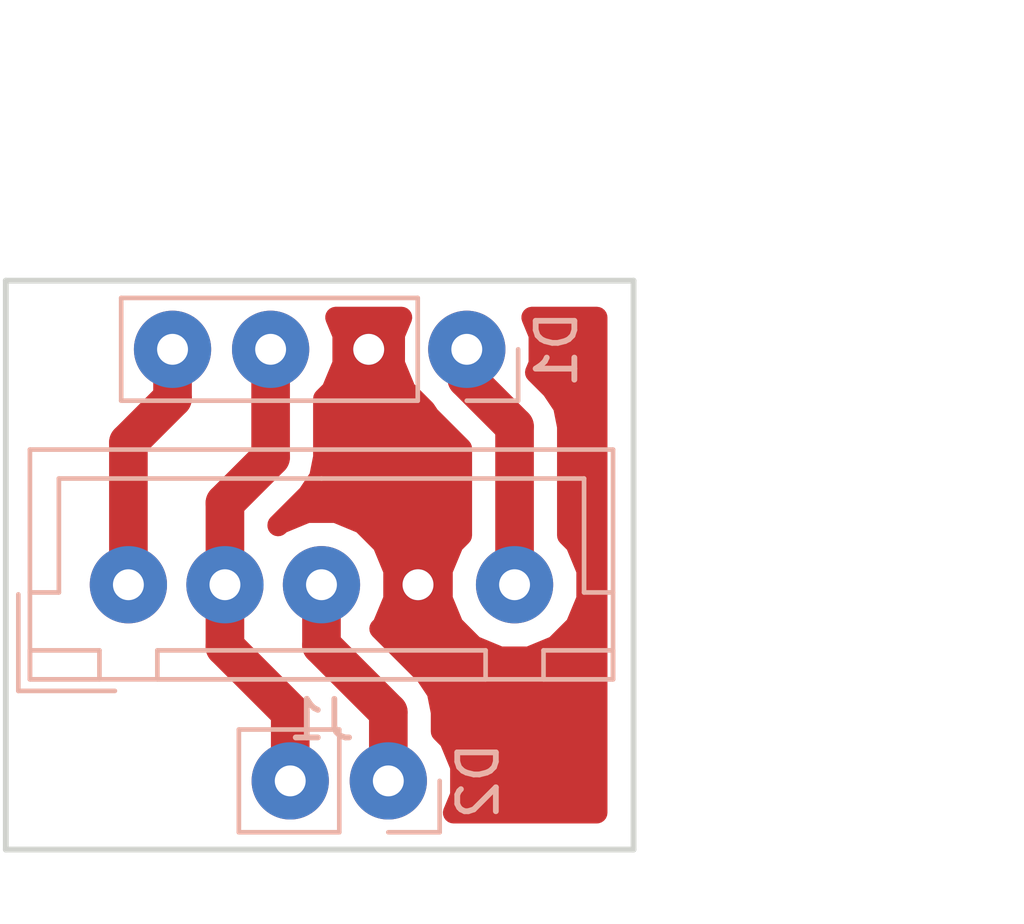
<source format=kicad_pcb>
(kicad_pcb (version 4) (host pcbnew 4.0.7-e2-6376~61~ubuntu18.04.1)

  (general
    (links 6)
    (no_connects 0)
    (area 144.958999 114.478999 161.365001 129.361001)
    (thickness 1.6)
    (drawings 6)
    (tracks 16)
    (zones 0)
    (modules 3)
    (nets 6)
  )

  (page A4)
  (layers
    (0 F.Cu signal)
    (31 B.Cu signal)
    (32 B.Adhes user)
    (33 F.Adhes user)
    (34 B.Paste user)
    (35 F.Paste user)
    (36 B.SilkS user)
    (37 F.SilkS user)
    (38 B.Mask user)
    (39 F.Mask user)
    (40 Dwgs.User user)
    (41 Cmts.User user)
    (42 Eco1.User user)
    (43 Eco2.User user)
    (44 Edge.Cuts user)
    (45 Margin user)
    (46 B.CrtYd user)
    (47 F.CrtYd user)
    (48 B.Fab user)
    (49 F.Fab user)
  )

  (setup
    (last_trace_width 1)
    (trace_clearance 0.2)
    (zone_clearance 0.6)
    (zone_45_only no)
    (trace_min 0.2)
    (segment_width 0.2)
    (edge_width 0.15)
    (via_size 0.6)
    (via_drill 0.4)
    (via_min_size 0.4)
    (via_min_drill 0.3)
    (uvia_size 0.3)
    (uvia_drill 0.1)
    (uvias_allowed no)
    (uvia_min_size 0.2)
    (uvia_min_drill 0.1)
    (pcb_text_width 0.3)
    (pcb_text_size 1.5 1.5)
    (mod_edge_width 0.15)
    (mod_text_size 1 1)
    (mod_text_width 0.15)
    (pad_size 0.8 0.8)
    (pad_drill 0.8)
    (pad_to_mask_clearance 0.2)
    (aux_axis_origin 145.034 129.286)
    (visible_elements FFFFFF7F)
    (pcbplotparams
      (layerselection 0x00030_80000001)
      (usegerberextensions false)
      (excludeedgelayer true)
      (linewidth 0.100000)
      (plotframeref false)
      (viasonmask false)
      (mode 1)
      (useauxorigin false)
      (hpglpennumber 1)
      (hpglpenspeed 20)
      (hpglpendiameter 15)
      (hpglpenoverlay 2)
      (psnegative false)
      (psa4output false)
      (plotreference true)
      (plotvalue true)
      (plotinvisibletext false)
      (padsonsilk false)
      (subtractmaskfromsilk false)
      (outputformat 1)
      (mirror false)
      (drillshape 1)
      (scaleselection 1)
      (outputdirectory ""))
  )

  (net 0 "")
  (net 1 /DoutLed)
  (net 2 GND)
  (net 3 +5V)
  (net 4 /DinLed)
  (net 5 "Net-(D2-Pad1)")

  (net_class Default "This is the default net class."
    (clearance 0.2)
    (trace_width 1)
    (via_dia 0.6)
    (via_drill 0.4)
    (uvia_dia 0.3)
    (uvia_drill 0.1)
    (add_net +5V)
    (add_net /DinLed)
    (add_net /DoutLed)
    (add_net GND)
    (add_net "Net-(D2-Pad1)")
  )

  (module Connectors_JST:JST_XH_B05B-XH-A_05x2.50mm_Straight (layer B.Cu) (tedit 5B0937B1) (tstamp 5B083813)
    (at 148.209 122.428)
    (descr "JST XH series connector, B05B-XH-A, top entry type, through hole")
    (tags "connector jst xh tht top vertical 2.50mm")
    (path /5B083621)
    (fp_text reference J1 (at 5 3.5) (layer B.SilkS)
      (effects (font (size 1 1) (thickness 0.15)) (justify mirror))
    )
    (fp_text value Conn_01x05 (at 5 -4.5) (layer B.Fab)
      (effects (font (size 1 1) (thickness 0.15)) (justify mirror))
    )
    (fp_line (start -2.45 2.35) (end -2.45 -3.4) (layer B.Fab) (width 0.1))
    (fp_line (start -2.45 -3.4) (end 12.45 -3.4) (layer B.Fab) (width 0.1))
    (fp_line (start 12.45 -3.4) (end 12.45 2.35) (layer B.Fab) (width 0.1))
    (fp_line (start 12.45 2.35) (end -2.45 2.35) (layer B.Fab) (width 0.1))
    (fp_line (start -2.95 2.85) (end -2.95 -3.9) (layer B.CrtYd) (width 0.05))
    (fp_line (start -2.95 -3.9) (end 12.95 -3.9) (layer B.CrtYd) (width 0.05))
    (fp_line (start 12.95 -3.9) (end 12.95 2.85) (layer B.CrtYd) (width 0.05))
    (fp_line (start 12.95 2.85) (end -2.95 2.85) (layer B.CrtYd) (width 0.05))
    (fp_line (start -2.55 2.45) (end -2.55 -3.5) (layer B.SilkS) (width 0.12))
    (fp_line (start -2.55 -3.5) (end 12.55 -3.5) (layer B.SilkS) (width 0.12))
    (fp_line (start 12.55 -3.5) (end 12.55 2.45) (layer B.SilkS) (width 0.12))
    (fp_line (start 12.55 2.45) (end -2.55 2.45) (layer B.SilkS) (width 0.12))
    (fp_line (start 0.75 2.45) (end 0.75 1.7) (layer B.SilkS) (width 0.12))
    (fp_line (start 0.75 1.7) (end 9.25 1.7) (layer B.SilkS) (width 0.12))
    (fp_line (start 9.25 1.7) (end 9.25 2.45) (layer B.SilkS) (width 0.12))
    (fp_line (start 9.25 2.45) (end 0.75 2.45) (layer B.SilkS) (width 0.12))
    (fp_line (start -2.55 2.45) (end -2.55 1.7) (layer B.SilkS) (width 0.12))
    (fp_line (start -2.55 1.7) (end -0.75 1.7) (layer B.SilkS) (width 0.12))
    (fp_line (start -0.75 1.7) (end -0.75 2.45) (layer B.SilkS) (width 0.12))
    (fp_line (start -0.75 2.45) (end -2.55 2.45) (layer B.SilkS) (width 0.12))
    (fp_line (start 10.75 2.45) (end 10.75 1.7) (layer B.SilkS) (width 0.12))
    (fp_line (start 10.75 1.7) (end 12.55 1.7) (layer B.SilkS) (width 0.12))
    (fp_line (start 12.55 1.7) (end 12.55 2.45) (layer B.SilkS) (width 0.12))
    (fp_line (start 12.55 2.45) (end 10.75 2.45) (layer B.SilkS) (width 0.12))
    (fp_line (start -2.55 0.2) (end -1.8 0.2) (layer B.SilkS) (width 0.12))
    (fp_line (start -1.8 0.2) (end -1.8 -2.75) (layer B.SilkS) (width 0.12))
    (fp_line (start -1.8 -2.75) (end 5 -2.75) (layer B.SilkS) (width 0.12))
    (fp_line (start 12.55 0.2) (end 11.8 0.2) (layer B.SilkS) (width 0.12))
    (fp_line (start 11.8 0.2) (end 11.8 -2.75) (layer B.SilkS) (width 0.12))
    (fp_line (start 11.8 -2.75) (end 5 -2.75) (layer B.SilkS) (width 0.12))
    (fp_line (start -0.35 2.75) (end -2.85 2.75) (layer B.SilkS) (width 0.12))
    (fp_line (start -2.85 2.75) (end -2.85 0.25) (layer B.SilkS) (width 0.12))
    (fp_line (start -0.35 2.75) (end -2.85 2.75) (layer B.Fab) (width 0.1))
    (fp_line (start -2.85 2.75) (end -2.85 0.25) (layer B.Fab) (width 0.1))
    (fp_text user %R (at 5 -2.5) (layer B.Fab)
      (effects (font (size 1 1) (thickness 0.15)) (justify mirror))
    )
    (pad 1 thru_hole circle (at 0 0) (size 2 2) (drill 0.8) (layers *.Cu *.Mask)
      (net 4 /DinLed))
    (pad 2 thru_hole circle (at 2.5 0) (size 2 2) (drill 0.8) (layers *.Cu *.Mask)
      (net 3 +5V))
    (pad 3 thru_hole circle (at 5 0) (size 2 2) (drill 0.8) (layers *.Cu *.Mask)
      (net 5 "Net-(D2-Pad1)"))
    (pad 4 thru_hole circle (at 7.5 0) (size 0.8 0.8) (drill 0.8) (layers *.Cu *.Mask)
      (net 2 GND))
    (pad 5 thru_hole circle (at 10 0) (size 2 2) (drill 0.8) (layers *.Cu *.Mask)
      (net 1 /DoutLed))
    (model Connectors_JST.3dshapes/JST_XH_B05B-XH-A_05x2.50mm_Straight.wrl
      (at (xyz 0 0 0))
      (scale (xyz 1 1 1))
      (rotate (xyz 0 0 0))
    )
  )

  (module Socket_Strips:Socket_Strip_Straight_1x04_Pitch2.54mm (layer B.Cu) (tedit 5B0937A8) (tstamp 5B09358C)
    (at 156.972 116.332 90)
    (descr "Through hole straight socket strip, 1x04, 2.54mm pitch, single row")
    (tags "Through hole socket strip THT 1x04 2.54mm single row")
    (path /5B083583)
    (fp_text reference D1 (at 0 2.33 90) (layer B.SilkS)
      (effects (font (size 1 1) (thickness 0.15)) (justify mirror))
    )
    (fp_text value NeoPixel_THT (at 0 -9.95 90) (layer B.Fab)
      (effects (font (size 1 1) (thickness 0.15)) (justify mirror))
    )
    (fp_line (start -1.27 1.27) (end -1.27 -8.89) (layer B.Fab) (width 0.1))
    (fp_line (start -1.27 -8.89) (end 1.27 -8.89) (layer B.Fab) (width 0.1))
    (fp_line (start 1.27 -8.89) (end 1.27 1.27) (layer B.Fab) (width 0.1))
    (fp_line (start 1.27 1.27) (end -1.27 1.27) (layer B.Fab) (width 0.1))
    (fp_line (start -1.33 -1.27) (end -1.33 -8.95) (layer B.SilkS) (width 0.12))
    (fp_line (start -1.33 -8.95) (end 1.33 -8.95) (layer B.SilkS) (width 0.12))
    (fp_line (start 1.33 -8.95) (end 1.33 -1.27) (layer B.SilkS) (width 0.12))
    (fp_line (start 1.33 -1.27) (end -1.33 -1.27) (layer B.SilkS) (width 0.12))
    (fp_line (start -1.33 0) (end -1.33 1.33) (layer B.SilkS) (width 0.12))
    (fp_line (start -1.33 1.33) (end 0 1.33) (layer B.SilkS) (width 0.12))
    (fp_line (start -1.8 1.8) (end -1.8 -9.4) (layer B.CrtYd) (width 0.05))
    (fp_line (start -1.8 -9.4) (end 1.8 -9.4) (layer B.CrtYd) (width 0.05))
    (fp_line (start 1.8 -9.4) (end 1.8 1.8) (layer B.CrtYd) (width 0.05))
    (fp_line (start 1.8 1.8) (end -1.8 1.8) (layer B.CrtYd) (width 0.05))
    (fp_text user %R (at 0 2.33 90) (layer B.Fab)
      (effects (font (size 1 1) (thickness 0.15)) (justify mirror))
    )
    (pad 1 thru_hole circle (at 0 0 90) (size 2 2) (drill 0.8) (layers *.Cu *.Mask)
      (net 1 /DoutLed))
    (pad 2 thru_hole circle (at 0 -2.54 90) (size 0.8 0.8) (drill 0.8) (layers *.Cu *.Mask)
      (net 2 GND))
    (pad 3 thru_hole circle (at 0 -5.08 90) (size 2 2) (drill 0.8) (layers *.Cu *.Mask)
      (net 3 +5V))
    (pad 4 thru_hole circle (at 0 -7.62 90) (size 2 2) (drill 0.8) (layers *.Cu *.Mask)
      (net 4 /DinLed))
    (model ${KISYS3DMOD}/Socket_Strips.3dshapes/Socket_Strip_Straight_1x04_Pitch2.54mm.wrl
      (at (xyz 0 -0.15 0))
      (scale (xyz 1 1 1))
      (rotate (xyz 0 0 270))
    )
  )

  (module Socket_Strips:Socket_Strip_Straight_1x02_Pitch2.54mm (layer B.Cu) (tedit 5B0935F1) (tstamp 5B093593)
    (at 154.94 127.508 90)
    (descr "Through hole straight socket strip, 1x02, 2.54mm pitch, single row")
    (tags "Through hole socket strip THT 1x02 2.54mm single row")
    (path /5B0835EE)
    (fp_text reference D2 (at 0 2.33 90) (layer B.SilkS)
      (effects (font (size 1 1) (thickness 0.15)) (justify mirror))
    )
    (fp_text value TSAL4400 (at 0 -4.87 90) (layer B.Fab)
      (effects (font (size 1 1) (thickness 0.15)) (justify mirror))
    )
    (fp_line (start -1.27 1.27) (end -1.27 -3.81) (layer B.Fab) (width 0.1))
    (fp_line (start -1.27 -3.81) (end 1.27 -3.81) (layer B.Fab) (width 0.1))
    (fp_line (start 1.27 -3.81) (end 1.27 1.27) (layer B.Fab) (width 0.1))
    (fp_line (start 1.27 1.27) (end -1.27 1.27) (layer B.Fab) (width 0.1))
    (fp_line (start -1.33 -1.27) (end -1.33 -3.87) (layer B.SilkS) (width 0.12))
    (fp_line (start -1.33 -3.87) (end 1.33 -3.87) (layer B.SilkS) (width 0.12))
    (fp_line (start 1.33 -3.87) (end 1.33 -1.27) (layer B.SilkS) (width 0.12))
    (fp_line (start 1.33 -1.27) (end -1.33 -1.27) (layer B.SilkS) (width 0.12))
    (fp_line (start -1.33 0) (end -1.33 1.33) (layer B.SilkS) (width 0.12))
    (fp_line (start -1.33 1.33) (end 0 1.33) (layer B.SilkS) (width 0.12))
    (fp_line (start -1.8 1.8) (end -1.8 -4.35) (layer B.CrtYd) (width 0.05))
    (fp_line (start -1.8 -4.35) (end 1.8 -4.35) (layer B.CrtYd) (width 0.05))
    (fp_line (start 1.8 -4.35) (end 1.8 1.8) (layer B.CrtYd) (width 0.05))
    (fp_line (start 1.8 1.8) (end -1.8 1.8) (layer B.CrtYd) (width 0.05))
    (fp_text user %R (at 0 2.33 90) (layer B.Fab)
      (effects (font (size 1 1) (thickness 0.15)) (justify mirror))
    )
    (pad 1 thru_hole circle (at 0 0 90) (size 2 2) (drill 0.8) (layers *.Cu *.Mask)
      (net 5 "Net-(D2-Pad1)"))
    (pad 2 thru_hole circle (at 0 -2.54 90) (size 2 2) (drill 0.8) (layers *.Cu *.Mask)
      (net 3 +5V))
    (model ${KISYS3DMOD}/Socket_Strips.3dshapes/Socket_Strip_Straight_1x02_Pitch2.54mm.wrl
      (at (xyz 0 -0.05 0))
      (scale (xyz 1 1 1))
      (rotate (xyz 0 0 270))
    )
  )

  (dimension 16.256 (width 0.3) (layer Dwgs.User)
    (gr_text "16,256 mm" (at 153.162 109.14) (layer Dwgs.User)
      (effects (font (size 1.5 1.5) (thickness 0.3)))
    )
    (feature1 (pts (xy 161.29 114.3) (xy 161.29 107.79)))
    (feature2 (pts (xy 145.034 114.3) (xy 145.034 107.79)))
    (crossbar (pts (xy 145.034 110.49) (xy 161.29 110.49)))
    (arrow1a (pts (xy 161.29 110.49) (xy 160.163496 111.076421)))
    (arrow1b (pts (xy 161.29 110.49) (xy 160.163496 109.903579)))
    (arrow2a (pts (xy 145.034 110.49) (xy 146.160504 111.076421)))
    (arrow2b (pts (xy 145.034 110.49) (xy 146.160504 109.903579)))
  )
  (dimension 14.732 (width 0.3) (layer Dwgs.User)
    (gr_text "14,732 mm" (at 168.736 121.92 270) (layer Dwgs.User)
      (effects (font (size 1.5 1.5) (thickness 0.3)))
    )
    (feature1 (pts (xy 161.798 129.286) (xy 170.086 129.286)))
    (feature2 (pts (xy 161.798 114.554) (xy 170.086 114.554)))
    (crossbar (pts (xy 167.386 114.554) (xy 167.386 129.286)))
    (arrow1a (pts (xy 167.386 129.286) (xy 166.799579 128.159496)))
    (arrow1b (pts (xy 167.386 129.286) (xy 167.972421 128.159496)))
    (arrow2a (pts (xy 167.386 114.554) (xy 166.799579 115.680504)))
    (arrow2b (pts (xy 167.386 114.554) (xy 167.972421 115.680504)))
  )
  (gr_line (start 145.034 129.286) (end 145.034 114.554) (angle 90) (layer Edge.Cuts) (width 0.15))
  (gr_line (start 161.29 129.286) (end 145.034 129.286) (angle 90) (layer Edge.Cuts) (width 0.15))
  (gr_line (start 161.29 114.554) (end 161.29 129.286) (angle 90) (layer Edge.Cuts) (width 0.15))
  (gr_line (start 145.034 114.554) (end 161.29 114.554) (angle 90) (layer Edge.Cuts) (width 0.15))

  (segment (start 156.972 116.332) (end 156.972 117.094) (width 1) (layer F.Cu) (net 1) (status C00000))
  (segment (start 156.972 117.094) (end 158.209 118.331) (width 1) (layer F.Cu) (net 1) (tstamp 5B093758) (status 400000))
  (segment (start 158.209 118.331) (end 158.209 122.428) (width 1) (layer F.Cu) (net 1) (tstamp 5B093759) (status 800000))
  (segment (start 152.4 127.508) (end 152.4 125.73) (width 1) (layer F.Cu) (net 3) (status 400000))
  (segment (start 150.709 124.039) (end 150.709 122.428) (width 1) (layer F.Cu) (net 3) (tstamp 5B0937F0) (status 800000))
  (segment (start 152.4 125.73) (end 150.709 124.039) (width 1) (layer F.Cu) (net 3) (tstamp 5B0937EF))
  (segment (start 151.892 116.332) (end 151.892 119.126) (width 1) (layer F.Cu) (net 3) (status 400000))
  (segment (start 150.709 120.309) (end 150.709 122.428) (width 1) (layer F.Cu) (net 3) (tstamp 5B0937EC) (status 800000))
  (segment (start 151.892 119.126) (end 150.709 120.309) (width 1) (layer F.Cu) (net 3) (tstamp 5B0937EB))
  (segment (start 149.352 116.332) (end 149.352 117.602) (width 1) (layer F.Cu) (net 4) (status 400000))
  (segment (start 148.209 118.745) (end 148.209 122.428) (width 1) (layer F.Cu) (net 4) (tstamp 5B093745) (status 800000))
  (segment (start 149.352 117.602) (end 148.209 118.745) (width 1) (layer F.Cu) (net 4) (tstamp 5B093744))
  (segment (start 149.352 116.332) (end 149.352 116.713) (width 1) (layer F.Cu) (net 4) (status 30))
  (segment (start 153.209 122.428) (end 153.209 123.999) (width 1) (layer F.Cu) (net 5) (status 400000))
  (segment (start 154.94 125.73) (end 154.94 127.508) (width 1) (layer F.Cu) (net 5) (tstamp 5B093750) (status 800000))
  (segment (start 153.209 123.999) (end 154.94 125.73) (width 1) (layer F.Cu) (net 5) (tstamp 5B09374F))

  (zone (net 2) (net_name GND) (layer F.Cu) (tstamp 5B09377A) (hatch edge 0.508)
    (connect_pads yes (clearance 0.6))
    (min_thickness 0.554)
    (fill yes (arc_segments 16) (thermal_gap 0.6) (thermal_bridge_width 1))
    (polygon
      (pts
        (xy 145.034 114.554) (xy 161.29 114.554) (xy 161.29 129.286) (xy 145.034 129.286)
      )
    )
    (filled_polygon
      (pts
        (xy 155.095326 115.957004) (xy 155.094675 116.70372) (xy 155.379829 117.393846) (xy 155.88864 117.903547) (xy 155.998314 118.067686)
        (xy 156.832 118.901372) (xy 156.832 121.150433) (xy 156.618684 121.363376) (xy 156.332326 122.053004) (xy 156.331675 122.79972)
        (xy 156.616829 123.489846) (xy 157.144376 124.018316) (xy 157.834004 124.304674) (xy 158.58072 124.305325) (xy 159.270846 124.020171)
        (xy 159.799316 123.492624) (xy 160.085674 122.802996) (xy 160.086325 122.05628) (xy 159.801171 121.366154) (xy 159.586 121.150607)
        (xy 159.586 118.331) (xy 159.481182 117.804045) (xy 159.182686 117.357314) (xy 158.755869 116.930497) (xy 158.848674 116.706996)
        (xy 158.849325 115.96028) (xy 158.66162 115.506) (xy 160.338 115.506) (xy 160.338 128.334) (xy 156.629401 128.334)
        (xy 156.816674 127.882996) (xy 156.817325 127.13628) (xy 156.532171 126.446154) (xy 156.317 126.230607) (xy 156.317 125.73)
        (xy 156.212182 125.203045) (xy 155.913686 124.756314) (xy 154.724591 123.567219) (xy 154.799316 123.492624) (xy 155.085674 122.802996)
        (xy 155.086325 122.05628) (xy 154.801171 121.366154) (xy 154.273624 120.837684) (xy 153.583996 120.551326) (xy 152.83728 120.550675)
        (xy 152.147154 120.835829) (xy 152.086 120.896876) (xy 152.086 120.879372) (xy 152.865686 120.099686) (xy 153.164182 119.652955)
        (xy 153.269 119.126) (xy 153.269 117.609567) (xy 153.482316 117.396624) (xy 153.768674 116.706996) (xy 153.769325 115.96028)
        (xy 153.58162 115.506) (xy 155.282599 115.506)
      )
    )
  )
)

</source>
